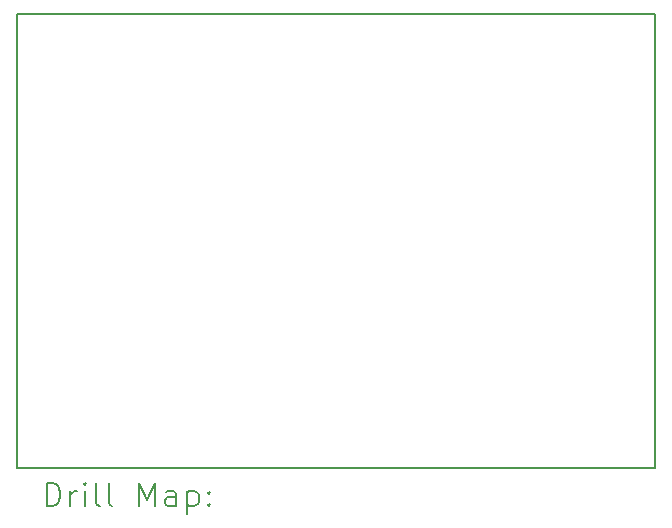
<source format=gbr>
%TF.GenerationSoftware,KiCad,Pcbnew,8.0.9*%
%TF.CreationDate,2025-06-24T22:55:31+09:00*%
%TF.ProjectId,scsi_d25p50k_adapter,73637369-5f64-4323-9570-35306b5f6164,rev?*%
%TF.SameCoordinates,Original*%
%TF.FileFunction,Drillmap*%
%TF.FilePolarity,Positive*%
%FSLAX45Y45*%
G04 Gerber Fmt 4.5, Leading zero omitted, Abs format (unit mm)*
G04 Created by KiCad (PCBNEW 8.0.9) date 2025-06-24 22:55:31*
%MOMM*%
%LPD*%
G01*
G04 APERTURE LIST*
%ADD10C,0.200000*%
G04 APERTURE END LIST*
D10*
X11850000Y-8650000D02*
X17250000Y-8650000D01*
X17250000Y-12500000D01*
X11850000Y-12500000D01*
X11850000Y-8650000D01*
X12100777Y-12821484D02*
X12100777Y-12621484D01*
X12100777Y-12621484D02*
X12148396Y-12621484D01*
X12148396Y-12621484D02*
X12176967Y-12631008D01*
X12176967Y-12631008D02*
X12196015Y-12650055D01*
X12196015Y-12650055D02*
X12205539Y-12669103D01*
X12205539Y-12669103D02*
X12215062Y-12707198D01*
X12215062Y-12707198D02*
X12215062Y-12735769D01*
X12215062Y-12735769D02*
X12205539Y-12773865D01*
X12205539Y-12773865D02*
X12196015Y-12792912D01*
X12196015Y-12792912D02*
X12176967Y-12811960D01*
X12176967Y-12811960D02*
X12148396Y-12821484D01*
X12148396Y-12821484D02*
X12100777Y-12821484D01*
X12300777Y-12821484D02*
X12300777Y-12688150D01*
X12300777Y-12726246D02*
X12310301Y-12707198D01*
X12310301Y-12707198D02*
X12319824Y-12697674D01*
X12319824Y-12697674D02*
X12338872Y-12688150D01*
X12338872Y-12688150D02*
X12357920Y-12688150D01*
X12424586Y-12821484D02*
X12424586Y-12688150D01*
X12424586Y-12621484D02*
X12415062Y-12631008D01*
X12415062Y-12631008D02*
X12424586Y-12640531D01*
X12424586Y-12640531D02*
X12434110Y-12631008D01*
X12434110Y-12631008D02*
X12424586Y-12621484D01*
X12424586Y-12621484D02*
X12424586Y-12640531D01*
X12548396Y-12821484D02*
X12529348Y-12811960D01*
X12529348Y-12811960D02*
X12519824Y-12792912D01*
X12519824Y-12792912D02*
X12519824Y-12621484D01*
X12653158Y-12821484D02*
X12634110Y-12811960D01*
X12634110Y-12811960D02*
X12624586Y-12792912D01*
X12624586Y-12792912D02*
X12624586Y-12621484D01*
X12881729Y-12821484D02*
X12881729Y-12621484D01*
X12881729Y-12621484D02*
X12948396Y-12764341D01*
X12948396Y-12764341D02*
X13015062Y-12621484D01*
X13015062Y-12621484D02*
X13015062Y-12821484D01*
X13196015Y-12821484D02*
X13196015Y-12716722D01*
X13196015Y-12716722D02*
X13186491Y-12697674D01*
X13186491Y-12697674D02*
X13167443Y-12688150D01*
X13167443Y-12688150D02*
X13129348Y-12688150D01*
X13129348Y-12688150D02*
X13110301Y-12697674D01*
X13196015Y-12811960D02*
X13176967Y-12821484D01*
X13176967Y-12821484D02*
X13129348Y-12821484D01*
X13129348Y-12821484D02*
X13110301Y-12811960D01*
X13110301Y-12811960D02*
X13100777Y-12792912D01*
X13100777Y-12792912D02*
X13100777Y-12773865D01*
X13100777Y-12773865D02*
X13110301Y-12754817D01*
X13110301Y-12754817D02*
X13129348Y-12745293D01*
X13129348Y-12745293D02*
X13176967Y-12745293D01*
X13176967Y-12745293D02*
X13196015Y-12735769D01*
X13291253Y-12688150D02*
X13291253Y-12888150D01*
X13291253Y-12697674D02*
X13310301Y-12688150D01*
X13310301Y-12688150D02*
X13348396Y-12688150D01*
X13348396Y-12688150D02*
X13367443Y-12697674D01*
X13367443Y-12697674D02*
X13376967Y-12707198D01*
X13376967Y-12707198D02*
X13386491Y-12726246D01*
X13386491Y-12726246D02*
X13386491Y-12783388D01*
X13386491Y-12783388D02*
X13376967Y-12802436D01*
X13376967Y-12802436D02*
X13367443Y-12811960D01*
X13367443Y-12811960D02*
X13348396Y-12821484D01*
X13348396Y-12821484D02*
X13310301Y-12821484D01*
X13310301Y-12821484D02*
X13291253Y-12811960D01*
X13472205Y-12802436D02*
X13481729Y-12811960D01*
X13481729Y-12811960D02*
X13472205Y-12821484D01*
X13472205Y-12821484D02*
X13462682Y-12811960D01*
X13462682Y-12811960D02*
X13472205Y-12802436D01*
X13472205Y-12802436D02*
X13472205Y-12821484D01*
X13472205Y-12697674D02*
X13481729Y-12707198D01*
X13481729Y-12707198D02*
X13472205Y-12716722D01*
X13472205Y-12716722D02*
X13462682Y-12707198D01*
X13462682Y-12707198D02*
X13472205Y-12697674D01*
X13472205Y-12697674D02*
X13472205Y-12716722D01*
M02*

</source>
